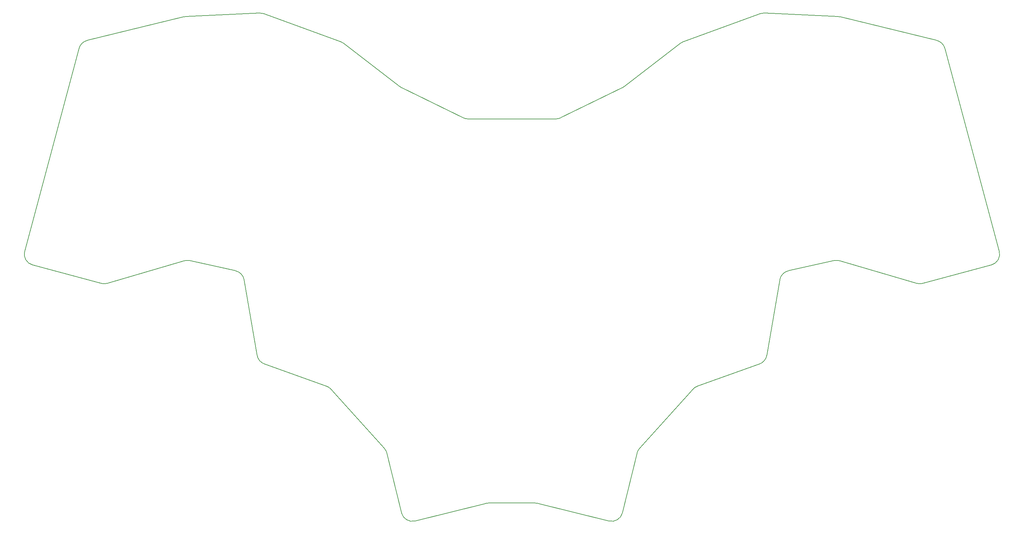
<source format=gbr>
%TF.GenerationSoftware,KiCad,Pcbnew,(6.0.10)*%
%TF.CreationDate,2024-09-29T17:33:22+02:00*%
%TF.ProjectId,blavinge,626c6176-696e-4676-952e-6b696361645f,v1.0.0*%
%TF.SameCoordinates,Original*%
%TF.FileFunction,Profile,NP*%
%FSLAX46Y46*%
G04 Gerber Fmt 4.6, Leading zero omitted, Abs format (unit mm)*
G04 Created by KiCad (PCBNEW (6.0.10)) date 2024-09-29 17:33:22*
%MOMM*%
%LPD*%
G01*
G04 APERTURE LIST*
%TA.AperFunction,Profile*%
%ADD10C,0.150000*%
%TD*%
G04 APERTURE END LIST*
D10*
X35555608Y-139260610D02*
X50055617Y-85145889D01*
X52240829Y-83008194D02*
X77888436Y-76736988D01*
X78452673Y-76654820D02*
X98151871Y-75679771D01*
X99326244Y-75857005D02*
X119747402Y-83289694D01*
X120548703Y-83729527D02*
X135744060Y-95400130D01*
X136255874Y-95717059D02*
X152531420Y-103658349D01*
X153846970Y-103962168D02*
X177223660Y-103962173D01*
X178539180Y-103658345D02*
X194814756Y-95717059D01*
X195326550Y-95400137D02*
X210521926Y-83729533D01*
X211323199Y-83289705D02*
X231744373Y-75856999D01*
X232918733Y-75679758D02*
X252617944Y-76654799D01*
X253182179Y-76736987D02*
X278829765Y-83008184D01*
X281015003Y-85145874D02*
X295514991Y-139260603D01*
X293393675Y-142934831D02*
X275081937Y-147841457D01*
X273460176Y-147822117D02*
X253014742Y-141817928D01*
X251519883Y-141767527D02*
X239272701Y-144483603D01*
X236965547Y-146904646D02*
X233509201Y-167030102D01*
X231562164Y-169347304D02*
X215014543Y-175261556D01*
X213794795Y-176079168D02*
X199551992Y-191897380D01*
X198866373Y-193195906D02*
X195013073Y-209042078D01*
X191372265Y-211244121D02*
X172534768Y-206547407D01*
X171809017Y-206458281D02*
X159261601Y-206458273D01*
X158535846Y-206547406D02*
X139698356Y-211244101D01*
X136057523Y-209042080D02*
X132204225Y-193195916D01*
X131518624Y-191897372D02*
X117275826Y-176079155D01*
X116056059Y-175261552D02*
X99508446Y-169347295D01*
X97561401Y-167030103D02*
X94105065Y-146904650D01*
X91797889Y-144483608D02*
X79550710Y-141767527D01*
X78055868Y-141817914D02*
X57610456Y-147822118D01*
X55988676Y-147841468D02*
X37676941Y-142934849D01*
X52240830Y-83008197D02*
G75*
G03*
X50055619Y-85145895I712571J-2914148D01*
G01*
X78452672Y-76654807D02*
G75*
G03*
X77888436Y-76736988I148311J-2996323D01*
G01*
X99326239Y-75857020D02*
G75*
G03*
X98151871Y-75679771I-1026048J-2819079D01*
G01*
X120548699Y-83729532D02*
G75*
G03*
X119747402Y-83289694I-1827344J-2379241D01*
G01*
X135744063Y-95400126D02*
G75*
G03*
X136255874Y-95717059I1827351J2379234D01*
G01*
X152531422Y-103658344D02*
G75*
G03*
X153846970Y-103962168I1315538J2696187D01*
G01*
X177223660Y-103962168D02*
G75*
G03*
X178539184Y-103658344I-13J3000006D01*
G01*
X194814756Y-95717060D02*
G75*
G03*
X195326550Y-95400137I-1315557J2696176D01*
G01*
X211323199Y-83289706D02*
G75*
G03*
X210521926Y-83729533I1026074J-2819078D01*
G01*
X232918733Y-75679749D02*
G75*
G03*
X231744373Y-75856999I-148309J-2996342D01*
G01*
X253182181Y-76736979D02*
G75*
G03*
X252617944Y-76654799I-712548J-2914177D01*
G01*
X281014997Y-85145876D02*
G75*
G03*
X278829764Y-83008183I-2897779J-776460D01*
G01*
X293393681Y-142934854D02*
G75*
G03*
X295514991Y-139260603I-776468J2897779D01*
G01*
X273460174Y-147822122D02*
G75*
G03*
X275081939Y-147841455I845311J2878454D01*
G01*
X253014747Y-141817912D02*
G75*
G03*
X251519883Y-141767527I-845302J-2878463D01*
G01*
X239272703Y-144483611D02*
G75*
G03*
X236965547Y-146904646I649544J-2928826D01*
G01*
X231562162Y-169347299D02*
G75*
G03*
X233509201Y-167030102I-1009662J2824979D01*
G01*
X215014551Y-175261577D02*
G75*
G03*
X213794795Y-176079168I1009660J-2824969D01*
G01*
X199551985Y-191897374D02*
G75*
G03*
X198866369Y-193195915I2229454J-2007397D01*
G01*
X191372269Y-211244105D02*
G75*
G03*
X195013073Y-209042078I725763J2910876D01*
G01*
X172534772Y-206547391D02*
G75*
G03*
X171809017Y-206458281I-725755J-2910892D01*
G01*
X159261601Y-206458294D02*
G75*
G03*
X158535846Y-206547406I6J-2999986D01*
G01*
X136057521Y-209042081D02*
G75*
G03*
X139698356Y-211244101I2915053J708868D01*
G01*
X132204238Y-193195913D02*
G75*
G03*
X131518624Y-191897369I-2915046J-708837D01*
G01*
X117275831Y-176079150D02*
G75*
G03*
X116056059Y-175261552I-2229447J-2007418D01*
G01*
X97561405Y-167030102D02*
G75*
G03*
X99508446Y-169347295I2956713J507798D01*
G01*
X94105074Y-146904653D02*
G75*
G03*
X91797889Y-144483608I-2956712J-507798D01*
G01*
X79550711Y-141767522D02*
G75*
G03*
X78055868Y-141817914I-649538J-2928852D01*
G01*
X55988679Y-147841456D02*
G75*
G03*
X57610447Y-147822119I776448J2897778D01*
G01*
X35555615Y-139260612D02*
G75*
G03*
X37676941Y-142934849I2897772J-776461D01*
G01*
M02*

</source>
